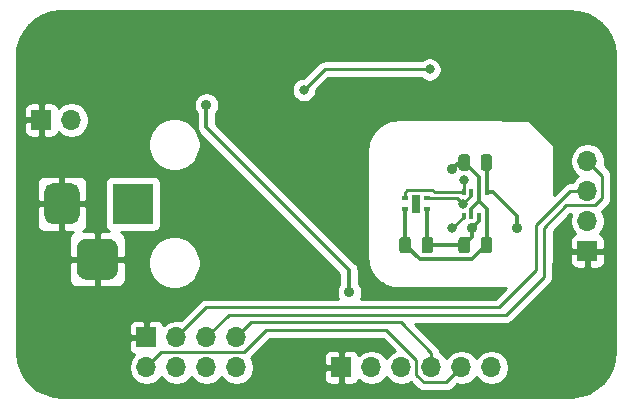
<source format=gbr>
G04 #@! TF.GenerationSoftware,KiCad,Pcbnew,(5.1.6-0-10_14)*
G04 #@! TF.CreationDate,2020-11-11T00:58:41-06:00*
G04 #@! TF.ProjectId,TempHumSensWithESP01,54656d70-4875-46d5-9365-6e7357697468,rev?*
G04 #@! TF.SameCoordinates,Original*
G04 #@! TF.FileFunction,Copper,L2,Bot*
G04 #@! TF.FilePolarity,Positive*
%FSLAX46Y46*%
G04 Gerber Fmt 4.6, Leading zero omitted, Abs format (unit mm)*
G04 Created by KiCad (PCBNEW (5.1.6-0-10_14)) date 2020-11-11 00:58:41*
%MOMM*%
%LPD*%
G01*
G04 APERTURE LIST*
G04 #@! TA.AperFunction,ComponentPad*
%ADD10O,1.700000X1.700000*%
G04 #@! TD*
G04 #@! TA.AperFunction,ComponentPad*
%ADD11R,1.700000X1.700000*%
G04 #@! TD*
G04 #@! TA.AperFunction,ComponentPad*
%ADD12C,0.800000*%
G04 #@! TD*
G04 #@! TA.AperFunction,ComponentPad*
%ADD13C,6.400000*%
G04 #@! TD*
G04 #@! TA.AperFunction,SMDPad,CuDef*
%ADD14R,0.700000X1.600000*%
G04 #@! TD*
G04 #@! TA.AperFunction,SMDPad,CuDef*
%ADD15R,0.600000X0.400000*%
G04 #@! TD*
G04 #@! TA.AperFunction,SMDPad,CuDef*
%ADD16R,0.350000X0.500000*%
G04 #@! TD*
G04 #@! TA.AperFunction,ComponentPad*
%ADD17R,3.500000X3.500000*%
G04 #@! TD*
G04 #@! TA.AperFunction,ViaPad*
%ADD18C,0.800000*%
G04 #@! TD*
G04 #@! TA.AperFunction,ViaPad*
%ADD19C,0.900000*%
G04 #@! TD*
G04 #@! TA.AperFunction,Conductor*
%ADD20C,0.350000*%
G04 #@! TD*
G04 #@! TA.AperFunction,Conductor*
%ADD21C,0.250000*%
G04 #@! TD*
G04 #@! TA.AperFunction,Conductor*
%ADD22C,0.254000*%
G04 #@! TD*
G04 APERTURE END LIST*
D10*
X130810000Y-65405000D03*
D11*
X128270000Y-65405000D03*
D12*
X174697056Y-83302944D03*
X173000000Y-82600000D03*
X171302944Y-83302944D03*
X170600000Y-85000000D03*
X171302944Y-86697056D03*
X173000000Y-87400000D03*
X174697056Y-86697056D03*
X175400000Y-85000000D03*
D13*
X173000000Y-85000000D03*
D12*
X131697056Y-83302944D03*
X130000000Y-82600000D03*
X128302944Y-83302944D03*
X127600000Y-85000000D03*
X128302944Y-86697056D03*
X130000000Y-87400000D03*
X131697056Y-86697056D03*
X132400000Y-85000000D03*
D13*
X130000000Y-85000000D03*
D12*
X174697056Y-58302944D03*
X173000000Y-57600000D03*
X171302944Y-58302944D03*
X170600000Y-60000000D03*
X171302944Y-61697056D03*
X173000000Y-62400000D03*
X174697056Y-61697056D03*
X175400000Y-60000000D03*
D13*
X173000000Y-60000000D03*
D12*
X131697056Y-58302944D03*
X130000000Y-57600000D03*
X128302944Y-58302944D03*
X127600000Y-60000000D03*
X128302944Y-61697056D03*
X130000000Y-62400000D03*
X131697056Y-61697056D03*
X132400000Y-60000000D03*
D13*
X130000000Y-60000000D03*
D14*
X160000000Y-72500000D03*
D15*
X160950000Y-72975000D03*
X159050000Y-72025000D03*
X159050000Y-72975000D03*
X160950000Y-72025000D03*
G04 #@! TA.AperFunction,SMDPad,CuDef*
G36*
G01*
X158575000Y-76456250D02*
X158575000Y-75543750D01*
G75*
G02*
X158818750Y-75300000I243750J0D01*
G01*
X159306250Y-75300000D01*
G75*
G02*
X159550000Y-75543750I0J-243750D01*
G01*
X159550000Y-76456250D01*
G75*
G02*
X159306250Y-76700000I-243750J0D01*
G01*
X158818750Y-76700000D01*
G75*
G02*
X158575000Y-76456250I0J243750D01*
G01*
G37*
G04 #@! TD.AperFunction*
G04 #@! TA.AperFunction,SMDPad,CuDef*
G36*
G01*
X160450000Y-76456250D02*
X160450000Y-75543750D01*
G75*
G02*
X160693750Y-75300000I243750J0D01*
G01*
X161181250Y-75300000D01*
G75*
G02*
X161425000Y-75543750I0J-243750D01*
G01*
X161425000Y-76456250D01*
G75*
G02*
X161181250Y-76700000I-243750J0D01*
G01*
X160693750Y-76700000D01*
G75*
G02*
X160450000Y-76456250I0J243750D01*
G01*
G37*
G04 #@! TD.AperFunction*
D16*
X164025000Y-71475000D03*
X164675000Y-71475000D03*
X165325000Y-71475000D03*
X165975000Y-71475000D03*
X165975000Y-73525000D03*
X165325000Y-73525000D03*
X164675000Y-73525000D03*
X164025000Y-73525000D03*
D11*
X174500000Y-76500000D03*
D10*
X174500000Y-73960000D03*
X174500000Y-71420000D03*
X174500000Y-68880000D03*
X166370000Y-86360000D03*
X163830000Y-86360000D03*
X161290000Y-86360000D03*
X158750000Y-86360000D03*
X156210000Y-86360000D03*
D11*
X153670000Y-86360000D03*
D10*
X144780000Y-86360000D03*
X144780000Y-83820000D03*
X142240000Y-86360000D03*
X142240000Y-83820000D03*
X139700000Y-86360000D03*
X139700000Y-83820000D03*
X137160000Y-86360000D03*
D11*
X137160000Y-83820000D03*
G04 #@! TA.AperFunction,ComponentPad*
G36*
G01*
X131250000Y-78075000D02*
X131250000Y-76325000D01*
G75*
G02*
X132125000Y-75450000I875000J0D01*
G01*
X133875000Y-75450000D01*
G75*
G02*
X134750000Y-76325000I0J-875000D01*
G01*
X134750000Y-78075000D01*
G75*
G02*
X133875000Y-78950000I-875000J0D01*
G01*
X132125000Y-78950000D01*
G75*
G02*
X131250000Y-78075000I0J875000D01*
G01*
G37*
G04 #@! TD.AperFunction*
G04 #@! TA.AperFunction,ComponentPad*
G36*
G01*
X128500000Y-73500000D02*
X128500000Y-71500000D01*
G75*
G02*
X129250000Y-70750000I750000J0D01*
G01*
X130750000Y-70750000D01*
G75*
G02*
X131500000Y-71500000I0J-750000D01*
G01*
X131500000Y-73500000D01*
G75*
G02*
X130750000Y-74250000I-750000J0D01*
G01*
X129250000Y-74250000D01*
G75*
G02*
X128500000Y-73500000I0J750000D01*
G01*
G37*
G04 #@! TD.AperFunction*
D17*
X136000000Y-72500000D03*
G04 #@! TA.AperFunction,SMDPad,CuDef*
G36*
G01*
X166425000Y-75543750D02*
X166425000Y-76456250D01*
G75*
G02*
X166181250Y-76700000I-243750J0D01*
G01*
X165693750Y-76700000D01*
G75*
G02*
X165450000Y-76456250I0J243750D01*
G01*
X165450000Y-75543750D01*
G75*
G02*
X165693750Y-75300000I243750J0D01*
G01*
X166181250Y-75300000D01*
G75*
G02*
X166425000Y-75543750I0J-243750D01*
G01*
G37*
G04 #@! TD.AperFunction*
G04 #@! TA.AperFunction,SMDPad,CuDef*
G36*
G01*
X164550000Y-75543750D02*
X164550000Y-76456250D01*
G75*
G02*
X164306250Y-76700000I-243750J0D01*
G01*
X163818750Y-76700000D01*
G75*
G02*
X163575000Y-76456250I0J243750D01*
G01*
X163575000Y-75543750D01*
G75*
G02*
X163818750Y-75300000I243750J0D01*
G01*
X164306250Y-75300000D01*
G75*
G02*
X164550000Y-75543750I0J-243750D01*
G01*
G37*
G04 #@! TD.AperFunction*
G04 #@! TA.AperFunction,SMDPad,CuDef*
G36*
G01*
X163575000Y-69456250D02*
X163575000Y-68543750D01*
G75*
G02*
X163818750Y-68300000I243750J0D01*
G01*
X164306250Y-68300000D01*
G75*
G02*
X164550000Y-68543750I0J-243750D01*
G01*
X164550000Y-69456250D01*
G75*
G02*
X164306250Y-69700000I-243750J0D01*
G01*
X163818750Y-69700000D01*
G75*
G02*
X163575000Y-69456250I0J243750D01*
G01*
G37*
G04 #@! TD.AperFunction*
G04 #@! TA.AperFunction,SMDPad,CuDef*
G36*
G01*
X165450000Y-69456250D02*
X165450000Y-68543750D01*
G75*
G02*
X165693750Y-68300000I243750J0D01*
G01*
X166181250Y-68300000D01*
G75*
G02*
X166425000Y-68543750I0J-243750D01*
G01*
X166425000Y-69456250D01*
G75*
G02*
X166181250Y-69700000I-243750J0D01*
G01*
X165693750Y-69700000D01*
G75*
G02*
X165450000Y-69456250I0J243750D01*
G01*
G37*
G04 #@! TD.AperFunction*
D18*
X154305000Y-74295000D03*
D19*
X164719000Y-74549000D03*
X168529000Y-74549000D03*
D18*
X154305000Y-70485000D03*
X154305000Y-62230000D03*
X149225000Y-78740000D03*
X150495000Y-69850000D03*
D19*
X142240000Y-64135000D03*
X154335000Y-80010000D03*
X163068000Y-69596000D03*
D18*
X161125000Y-61125000D03*
X150495000Y-62865000D03*
X164020500Y-70485000D03*
X163957000Y-72517000D03*
X163068000Y-74549000D03*
D20*
X165975000Y-69037500D02*
X165937500Y-69000000D01*
X165975000Y-71475000D02*
X165975000Y-69037500D01*
X165325000Y-73943000D02*
X164719000Y-74549000D01*
X165325000Y-73525000D02*
X165325000Y-73943000D01*
X164719000Y-75343500D02*
X164062500Y-76000000D01*
X164719000Y-74549000D02*
X164719000Y-75343500D01*
X160950000Y-75987500D02*
X160937500Y-76000000D01*
X160950000Y-72975000D02*
X160950000Y-75987500D01*
X160937500Y-76000000D02*
X164062500Y-76000000D01*
X168529000Y-73912604D02*
X168529000Y-74549000D01*
X168529000Y-73504000D02*
X168529000Y-73912604D01*
X166500000Y-71475000D02*
X168529000Y-73504000D01*
X165975000Y-71475000D02*
X166500000Y-71475000D01*
X154335000Y-80010000D02*
X154305000Y-80010000D01*
X154305000Y-80010000D02*
X154305000Y-78105000D01*
X142240000Y-66040000D02*
X142240000Y-64135000D01*
X154305000Y-78105000D02*
X142240000Y-66040000D01*
X165325000Y-72075000D02*
X165325000Y-71475000D01*
X165325000Y-72275000D02*
X165325000Y-72075000D01*
X164675000Y-72925000D02*
X165325000Y-72275000D01*
X164675000Y-73525000D02*
X164675000Y-72925000D01*
X165975000Y-72925000D02*
X165325000Y-72275000D01*
X165975000Y-73525000D02*
X165975000Y-72925000D01*
X165975000Y-75962500D02*
X165937500Y-76000000D01*
X165975000Y-73525000D02*
X165975000Y-75962500D01*
X165325000Y-70262500D02*
X164062500Y-69000000D01*
X165325000Y-71475000D02*
X165325000Y-70262500D01*
X159050000Y-75987500D02*
X159062500Y-76000000D01*
X159050000Y-72975000D02*
X159050000Y-75987500D01*
X159062500Y-76000000D02*
X160278500Y-77216000D01*
X164721500Y-77216000D02*
X165937500Y-76000000D01*
X160278500Y-77216000D02*
X164721500Y-77216000D01*
X165991500Y-75946000D02*
X165937500Y-76000000D01*
X163664000Y-69000000D02*
X163068000Y-69596000D01*
X164062500Y-69000000D02*
X163664000Y-69000000D01*
D21*
X152235000Y-61125000D02*
X150495000Y-62865000D01*
X161125000Y-61125000D02*
X152235000Y-61125000D01*
X161290000Y-85157919D02*
X158682081Y-82550000D01*
X146050000Y-82550000D02*
X144780000Y-83820000D01*
X158682081Y-82550000D02*
X146050000Y-82550000D01*
X161290000Y-86360000D02*
X161290000Y-85157919D01*
X159250001Y-71374999D02*
X161417999Y-71374999D01*
X159050000Y-71575000D02*
X159250001Y-71374999D01*
X159050000Y-72025000D02*
X159050000Y-71575000D01*
X161518000Y-71475000D02*
X164025000Y-71475000D01*
X161417999Y-71374999D02*
X161518000Y-71475000D01*
X164020500Y-70485000D02*
X164020500Y-71470500D01*
X164020500Y-71470500D02*
X164025000Y-71475000D01*
X144145000Y-81915000D02*
X142240000Y-83820000D01*
X170815000Y-78740000D02*
X167640000Y-81915000D01*
X167640000Y-81915000D02*
X144145000Y-81915000D01*
X170815000Y-74549000D02*
X170815000Y-78740000D01*
X172720000Y-72644000D02*
X170815000Y-74549000D01*
X175768000Y-72009000D02*
X175133000Y-72644000D01*
X175133000Y-72644000D02*
X172720000Y-72644000D01*
X175768000Y-70148000D02*
X175768000Y-72009000D01*
X174500000Y-68880000D02*
X175768000Y-70148000D01*
X164675000Y-71799000D02*
X163957000Y-72517000D01*
X164675000Y-71475000D02*
X164675000Y-71799000D01*
X163465000Y-72025000D02*
X163957000Y-72517000D01*
X160950000Y-72025000D02*
X163465000Y-72025000D01*
X173055000Y-71420000D02*
X174500000Y-71420000D01*
X170180000Y-74295000D02*
X173055000Y-71420000D01*
X170180000Y-78105000D02*
X170180000Y-74295000D01*
X167005000Y-81280000D02*
X170180000Y-78105000D01*
X142240000Y-81280000D02*
X167005000Y-81280000D01*
X139700000Y-83820000D02*
X142240000Y-81280000D01*
X137160000Y-86360000D02*
X138430000Y-85090000D01*
X138430000Y-85090000D02*
X145415000Y-85090000D01*
X145415000Y-85090000D02*
X147320000Y-83185000D01*
X147320000Y-83185000D02*
X157480000Y-83185000D01*
X157480000Y-83185000D02*
X160020000Y-85725000D01*
X160020000Y-85725000D02*
X160020000Y-86995000D01*
X160020000Y-86995000D02*
X160655000Y-87630000D01*
X162560000Y-87630000D02*
X163830000Y-86360000D01*
X160655000Y-87630000D02*
X162560000Y-87630000D01*
X164025000Y-73592000D02*
X163068000Y-74549000D01*
X164025000Y-73525000D02*
X164025000Y-73592000D01*
D22*
G36*
X173725555Y-56232221D02*
G01*
X174424940Y-56437398D01*
X175072904Y-56771120D01*
X175646074Y-57221353D01*
X176123762Y-57771839D01*
X176488742Y-58402730D01*
X176727836Y-59091248D01*
X176835790Y-59835790D01*
X176840001Y-60008104D01*
X176840000Y-84968591D01*
X176767779Y-85725555D01*
X176562602Y-86424940D01*
X176228878Y-87072906D01*
X175778650Y-87646072D01*
X175228159Y-88123763D01*
X174597270Y-88488741D01*
X173908752Y-88727836D01*
X173164210Y-88835790D01*
X172991937Y-88840000D01*
X130031409Y-88840000D01*
X129274445Y-88767779D01*
X128575060Y-88562602D01*
X127927094Y-88228878D01*
X127353928Y-87778650D01*
X126876237Y-87228159D01*
X126511259Y-86597270D01*
X126272164Y-85908752D01*
X126164210Y-85164210D01*
X126160000Y-84991937D01*
X126160000Y-84670000D01*
X135671928Y-84670000D01*
X135684188Y-84794482D01*
X135720498Y-84914180D01*
X135779463Y-85024494D01*
X135858815Y-85121185D01*
X135955506Y-85200537D01*
X136065820Y-85259502D01*
X136138380Y-85281513D01*
X136006525Y-85413368D01*
X135844010Y-85656589D01*
X135732068Y-85926842D01*
X135675000Y-86213740D01*
X135675000Y-86506260D01*
X135732068Y-86793158D01*
X135844010Y-87063411D01*
X136006525Y-87306632D01*
X136213368Y-87513475D01*
X136456589Y-87675990D01*
X136726842Y-87787932D01*
X137013740Y-87845000D01*
X137306260Y-87845000D01*
X137593158Y-87787932D01*
X137863411Y-87675990D01*
X138106632Y-87513475D01*
X138313475Y-87306632D01*
X138430000Y-87132240D01*
X138546525Y-87306632D01*
X138753368Y-87513475D01*
X138996589Y-87675990D01*
X139266842Y-87787932D01*
X139553740Y-87845000D01*
X139846260Y-87845000D01*
X140133158Y-87787932D01*
X140403411Y-87675990D01*
X140646632Y-87513475D01*
X140853475Y-87306632D01*
X140970000Y-87132240D01*
X141086525Y-87306632D01*
X141293368Y-87513475D01*
X141536589Y-87675990D01*
X141806842Y-87787932D01*
X142093740Y-87845000D01*
X142386260Y-87845000D01*
X142673158Y-87787932D01*
X142943411Y-87675990D01*
X143186632Y-87513475D01*
X143393475Y-87306632D01*
X143510000Y-87132240D01*
X143626525Y-87306632D01*
X143833368Y-87513475D01*
X144076589Y-87675990D01*
X144346842Y-87787932D01*
X144633740Y-87845000D01*
X144926260Y-87845000D01*
X145213158Y-87787932D01*
X145483411Y-87675990D01*
X145726632Y-87513475D01*
X145933475Y-87306632D01*
X145998042Y-87210000D01*
X152181928Y-87210000D01*
X152194188Y-87334482D01*
X152230498Y-87454180D01*
X152289463Y-87564494D01*
X152368815Y-87661185D01*
X152465506Y-87740537D01*
X152575820Y-87799502D01*
X152695518Y-87835812D01*
X152820000Y-87848072D01*
X153384250Y-87845000D01*
X153543000Y-87686250D01*
X153543000Y-86487000D01*
X152343750Y-86487000D01*
X152185000Y-86645750D01*
X152181928Y-87210000D01*
X145998042Y-87210000D01*
X146095990Y-87063411D01*
X146207932Y-86793158D01*
X146265000Y-86506260D01*
X146265000Y-86213740D01*
X146207932Y-85926842D01*
X146095990Y-85656589D01*
X146026785Y-85553016D01*
X146069801Y-85510000D01*
X152181928Y-85510000D01*
X152185000Y-86074250D01*
X152343750Y-86233000D01*
X153543000Y-86233000D01*
X153543000Y-85033750D01*
X153384250Y-84875000D01*
X152820000Y-84871928D01*
X152695518Y-84884188D01*
X152575820Y-84920498D01*
X152465506Y-84979463D01*
X152368815Y-85058815D01*
X152289463Y-85155506D01*
X152230498Y-85265820D01*
X152194188Y-85385518D01*
X152181928Y-85510000D01*
X146069801Y-85510000D01*
X147634802Y-83945000D01*
X157165199Y-83945000D01*
X158200469Y-84980271D01*
X158046589Y-85044010D01*
X157803368Y-85206525D01*
X157596525Y-85413368D01*
X157480000Y-85587760D01*
X157363475Y-85413368D01*
X157156632Y-85206525D01*
X156913411Y-85044010D01*
X156643158Y-84932068D01*
X156356260Y-84875000D01*
X156063740Y-84875000D01*
X155776842Y-84932068D01*
X155506589Y-85044010D01*
X155263368Y-85206525D01*
X155131513Y-85338380D01*
X155109502Y-85265820D01*
X155050537Y-85155506D01*
X154971185Y-85058815D01*
X154874494Y-84979463D01*
X154764180Y-84920498D01*
X154644482Y-84884188D01*
X154520000Y-84871928D01*
X153955750Y-84875000D01*
X153797000Y-85033750D01*
X153797000Y-86233000D01*
X153817000Y-86233000D01*
X153817000Y-86487000D01*
X153797000Y-86487000D01*
X153797000Y-87686250D01*
X153955750Y-87845000D01*
X154520000Y-87848072D01*
X154644482Y-87835812D01*
X154764180Y-87799502D01*
X154874494Y-87740537D01*
X154971185Y-87661185D01*
X155050537Y-87564494D01*
X155109502Y-87454180D01*
X155131513Y-87381620D01*
X155263368Y-87513475D01*
X155506589Y-87675990D01*
X155776842Y-87787932D01*
X156063740Y-87845000D01*
X156356260Y-87845000D01*
X156643158Y-87787932D01*
X156913411Y-87675990D01*
X157156632Y-87513475D01*
X157363475Y-87306632D01*
X157480000Y-87132240D01*
X157596525Y-87306632D01*
X157803368Y-87513475D01*
X158046589Y-87675990D01*
X158316842Y-87787932D01*
X158603740Y-87845000D01*
X158896260Y-87845000D01*
X159183158Y-87787932D01*
X159453411Y-87675990D01*
X159556984Y-87606785D01*
X160091200Y-88141002D01*
X160114999Y-88170001D01*
X160143997Y-88193799D01*
X160230724Y-88264974D01*
X160362753Y-88335546D01*
X160506014Y-88379003D01*
X160655000Y-88393677D01*
X160692333Y-88390000D01*
X162522678Y-88390000D01*
X162560000Y-88393676D01*
X162597322Y-88390000D01*
X162597333Y-88390000D01*
X162708986Y-88379003D01*
X162852247Y-88335546D01*
X162984276Y-88264974D01*
X163100001Y-88170001D01*
X163123804Y-88140997D01*
X163463592Y-87801209D01*
X163683740Y-87845000D01*
X163976260Y-87845000D01*
X164263158Y-87787932D01*
X164533411Y-87675990D01*
X164776632Y-87513475D01*
X164983475Y-87306632D01*
X165100000Y-87132240D01*
X165216525Y-87306632D01*
X165423368Y-87513475D01*
X165666589Y-87675990D01*
X165936842Y-87787932D01*
X166223740Y-87845000D01*
X166516260Y-87845000D01*
X166803158Y-87787932D01*
X167073411Y-87675990D01*
X167316632Y-87513475D01*
X167523475Y-87306632D01*
X167685990Y-87063411D01*
X167797932Y-86793158D01*
X167855000Y-86506260D01*
X167855000Y-86213740D01*
X167797932Y-85926842D01*
X167685990Y-85656589D01*
X167523475Y-85413368D01*
X167316632Y-85206525D01*
X167073411Y-85044010D01*
X166803158Y-84932068D01*
X166516260Y-84875000D01*
X166223740Y-84875000D01*
X165936842Y-84932068D01*
X165666589Y-85044010D01*
X165423368Y-85206525D01*
X165216525Y-85413368D01*
X165100000Y-85587760D01*
X164983475Y-85413368D01*
X164776632Y-85206525D01*
X164533411Y-85044010D01*
X164263158Y-84932068D01*
X163976260Y-84875000D01*
X163683740Y-84875000D01*
X163396842Y-84932068D01*
X163126589Y-85044010D01*
X162883368Y-85206525D01*
X162676525Y-85413368D01*
X162560000Y-85587760D01*
X162443475Y-85413368D01*
X162236632Y-85206525D01*
X162045913Y-85079091D01*
X162039003Y-85008933D01*
X161995546Y-84865672D01*
X161924974Y-84733643D01*
X161872744Y-84670000D01*
X161853799Y-84646915D01*
X161853795Y-84646911D01*
X161830001Y-84617918D01*
X161801008Y-84594124D01*
X159881883Y-82675000D01*
X167602678Y-82675000D01*
X167640000Y-82678676D01*
X167677322Y-82675000D01*
X167677333Y-82675000D01*
X167788986Y-82664003D01*
X167932247Y-82620546D01*
X168064276Y-82549974D01*
X168180001Y-82455001D01*
X168203804Y-82425997D01*
X171326003Y-79303799D01*
X171355001Y-79280001D01*
X171388943Y-79238643D01*
X171449974Y-79164277D01*
X171520546Y-79032247D01*
X171536469Y-78979754D01*
X171564003Y-78888986D01*
X171575000Y-78777333D01*
X171575000Y-78777324D01*
X171578676Y-78740001D01*
X171575000Y-78702678D01*
X171575000Y-77604606D01*
X171589803Y-77589803D01*
X171605597Y-77570557D01*
X171617333Y-77548601D01*
X171624560Y-77524776D01*
X171627000Y-77500000D01*
X171627000Y-77350000D01*
X173011928Y-77350000D01*
X173024188Y-77474482D01*
X173060498Y-77594180D01*
X173119463Y-77704494D01*
X173198815Y-77801185D01*
X173295506Y-77880537D01*
X173405820Y-77939502D01*
X173525518Y-77975812D01*
X173650000Y-77988072D01*
X174214250Y-77985000D01*
X174373000Y-77826250D01*
X174373000Y-76627000D01*
X174627000Y-76627000D01*
X174627000Y-77826250D01*
X174785750Y-77985000D01*
X175350000Y-77988072D01*
X175474482Y-77975812D01*
X175594180Y-77939502D01*
X175704494Y-77880537D01*
X175801185Y-77801185D01*
X175880537Y-77704494D01*
X175939502Y-77594180D01*
X175975812Y-77474482D01*
X175988072Y-77350000D01*
X175985000Y-76785750D01*
X175826250Y-76627000D01*
X174627000Y-76627000D01*
X174373000Y-76627000D01*
X173173750Y-76627000D01*
X173015000Y-76785750D01*
X173011928Y-77350000D01*
X171627000Y-77350000D01*
X171627000Y-74811801D01*
X173034802Y-73404000D01*
X173122951Y-73404000D01*
X173072068Y-73526842D01*
X173015000Y-73813740D01*
X173015000Y-74106260D01*
X173072068Y-74393158D01*
X173184010Y-74663411D01*
X173346525Y-74906632D01*
X173478380Y-75038487D01*
X173405820Y-75060498D01*
X173295506Y-75119463D01*
X173198815Y-75198815D01*
X173119463Y-75295506D01*
X173060498Y-75405820D01*
X173024188Y-75525518D01*
X173011928Y-75650000D01*
X173015000Y-76214250D01*
X173173750Y-76373000D01*
X174373000Y-76373000D01*
X174373000Y-76353000D01*
X174627000Y-76353000D01*
X174627000Y-76373000D01*
X175826250Y-76373000D01*
X175985000Y-76214250D01*
X175988072Y-75650000D01*
X175975812Y-75525518D01*
X175939502Y-75405820D01*
X175880537Y-75295506D01*
X175801185Y-75198815D01*
X175704494Y-75119463D01*
X175594180Y-75060498D01*
X175521620Y-75038487D01*
X175653475Y-74906632D01*
X175815990Y-74663411D01*
X175927932Y-74393158D01*
X175985000Y-74106260D01*
X175985000Y-73813740D01*
X175927932Y-73526842D01*
X175815990Y-73256589D01*
X175727559Y-73124242D01*
X176279002Y-72572800D01*
X176308001Y-72549001D01*
X176402974Y-72433276D01*
X176473546Y-72301247D01*
X176517003Y-72157986D01*
X176528000Y-72046333D01*
X176531677Y-72009000D01*
X176528000Y-71971667D01*
X176528000Y-70185325D01*
X176531676Y-70148000D01*
X176528000Y-70110675D01*
X176528000Y-70110667D01*
X176517003Y-69999014D01*
X176473546Y-69855753D01*
X176402974Y-69723724D01*
X176308001Y-69607999D01*
X176279004Y-69584202D01*
X175941210Y-69246408D01*
X175985000Y-69026260D01*
X175985000Y-68733740D01*
X175927932Y-68446842D01*
X175815990Y-68176589D01*
X175653475Y-67933368D01*
X175446632Y-67726525D01*
X175203411Y-67564010D01*
X174933158Y-67452068D01*
X174646260Y-67395000D01*
X174353740Y-67395000D01*
X174066842Y-67452068D01*
X173796589Y-67564010D01*
X173553368Y-67726525D01*
X173346525Y-67933368D01*
X173184010Y-68176589D01*
X173072068Y-68446842D01*
X173015000Y-68733740D01*
X173015000Y-69026260D01*
X173072068Y-69313158D01*
X173184010Y-69583411D01*
X173346525Y-69826632D01*
X173553368Y-70033475D01*
X173727760Y-70150000D01*
X173553368Y-70266525D01*
X173346525Y-70473368D01*
X173221822Y-70660000D01*
X173092322Y-70660000D01*
X173055000Y-70656324D01*
X173017677Y-70660000D01*
X173017667Y-70660000D01*
X172906014Y-70670997D01*
X172773075Y-70711323D01*
X172762753Y-70714454D01*
X172630723Y-70785026D01*
X172566142Y-70838027D01*
X172514999Y-70879999D01*
X172491201Y-70908997D01*
X171627000Y-71773198D01*
X171627000Y-67500000D01*
X171624560Y-67475224D01*
X171617333Y-67451399D01*
X171605597Y-67429443D01*
X171589803Y-67410197D01*
X169589803Y-65410197D01*
X169570557Y-65394403D01*
X169548601Y-65382667D01*
X169524776Y-65375440D01*
X169500000Y-65373000D01*
X167368837Y-65373000D01*
X167064405Y-65343150D01*
X167064402Y-65343150D01*
X167032419Y-65340000D01*
X158467581Y-65340000D01*
X158438627Y-65342852D01*
X158426219Y-65342765D01*
X158417047Y-65343665D01*
X158137946Y-65373000D01*
X158000000Y-65373000D01*
X157975224Y-65375440D01*
X157951399Y-65382667D01*
X157929443Y-65394403D01*
X157913764Y-65407270D01*
X157911498Y-65407702D01*
X157902677Y-65410366D01*
X157529802Y-65525790D01*
X157474647Y-65548975D01*
X157419194Y-65571379D01*
X157411062Y-65575704D01*
X157411057Y-65575706D01*
X157411053Y-65575709D01*
X157067702Y-65761357D01*
X157018101Y-65794813D01*
X156968054Y-65827563D01*
X156960913Y-65833387D01*
X156660158Y-66082194D01*
X156618019Y-66124629D01*
X156575269Y-66166492D01*
X156569396Y-66173593D01*
X156322695Y-66476077D01*
X156289598Y-66525893D01*
X156255795Y-66575259D01*
X156251413Y-66583365D01*
X156068163Y-66928007D01*
X156045368Y-66983313D01*
X156021802Y-67038296D01*
X156019077Y-67047099D01*
X155906259Y-67420770D01*
X155894639Y-67479458D01*
X155882203Y-67537961D01*
X155881240Y-67547126D01*
X155843150Y-67935595D01*
X155843150Y-67935608D01*
X155840001Y-67967581D01*
X155840000Y-77032418D01*
X155842852Y-77061372D01*
X155842765Y-77073781D01*
X155843665Y-77082952D01*
X155884466Y-77471145D01*
X155896487Y-77529708D01*
X155907702Y-77588501D01*
X155910366Y-77597323D01*
X156025790Y-77970198D01*
X156048975Y-78025353D01*
X156071379Y-78080806D01*
X156075706Y-78088943D01*
X156261357Y-78432298D01*
X156294780Y-78481849D01*
X156327562Y-78531946D01*
X156333387Y-78539087D01*
X156582194Y-78839841D01*
X156624629Y-78881981D01*
X156666492Y-78924730D01*
X156673592Y-78930604D01*
X156976077Y-79177305D01*
X157025904Y-79210409D01*
X157075259Y-79244204D01*
X157083365Y-79248587D01*
X157428007Y-79431837D01*
X157483311Y-79454631D01*
X157538295Y-79478198D01*
X157547098Y-79480923D01*
X157911635Y-79590983D01*
X157929443Y-79605597D01*
X157951399Y-79617333D01*
X157975224Y-79624560D01*
X158000000Y-79627000D01*
X158131163Y-79627000D01*
X158435595Y-79656850D01*
X158435598Y-79656850D01*
X158467581Y-79660000D01*
X167032419Y-79660000D01*
X167061373Y-79657148D01*
X167073781Y-79657235D01*
X167082952Y-79656335D01*
X167362054Y-79627000D01*
X167583199Y-79627000D01*
X166690199Y-80520000D01*
X155298147Y-80520000D01*
X155378304Y-80326483D01*
X155420000Y-80116863D01*
X155420000Y-79903137D01*
X155378304Y-79693517D01*
X155296515Y-79496060D01*
X155177775Y-79318353D01*
X155115000Y-79255578D01*
X155115000Y-78144788D01*
X155118919Y-78105000D01*
X155115000Y-78065209D01*
X155103280Y-77946212D01*
X155060628Y-77805608D01*
X155056963Y-77793526D01*
X154981749Y-77652811D01*
X154953812Y-77618770D01*
X154880528Y-77529472D01*
X154849618Y-77504105D01*
X143050000Y-65704488D01*
X143050000Y-64859422D01*
X143082775Y-64826647D01*
X143201515Y-64648940D01*
X143283304Y-64451483D01*
X143325000Y-64241863D01*
X143325000Y-64028137D01*
X143283304Y-63818517D01*
X143201515Y-63621060D01*
X143082775Y-63443353D01*
X142931647Y-63292225D01*
X142753940Y-63173485D01*
X142556483Y-63091696D01*
X142346863Y-63050000D01*
X142133137Y-63050000D01*
X141923517Y-63091696D01*
X141726060Y-63173485D01*
X141548353Y-63292225D01*
X141397225Y-63443353D01*
X141278485Y-63621060D01*
X141196696Y-63818517D01*
X141155000Y-64028137D01*
X141155000Y-64241863D01*
X141196696Y-64451483D01*
X141278485Y-64648940D01*
X141397225Y-64826647D01*
X141430001Y-64859423D01*
X141430000Y-66000211D01*
X141426081Y-66040000D01*
X141430000Y-66079788D01*
X141430000Y-66079790D01*
X141441720Y-66198787D01*
X141488037Y-66351472D01*
X141513960Y-66399971D01*
X141563251Y-66492189D01*
X141593729Y-66529326D01*
X141664472Y-66615528D01*
X141695388Y-66640900D01*
X153495001Y-78440514D01*
X153495000Y-79315578D01*
X153492225Y-79318353D01*
X153373485Y-79496060D01*
X153291696Y-79693517D01*
X153250000Y-79903137D01*
X153250000Y-80116863D01*
X153291696Y-80326483D01*
X153371853Y-80520000D01*
X142277322Y-80520000D01*
X142239999Y-80516324D01*
X142202676Y-80520000D01*
X142202667Y-80520000D01*
X142091014Y-80530997D01*
X141947753Y-80574454D01*
X141815724Y-80645026D01*
X141815722Y-80645027D01*
X141815723Y-80645027D01*
X141728996Y-80716201D01*
X141728992Y-80716205D01*
X141699999Y-80739999D01*
X141676205Y-80768992D01*
X140066408Y-82378790D01*
X139846260Y-82335000D01*
X139553740Y-82335000D01*
X139266842Y-82392068D01*
X138996589Y-82504010D01*
X138753368Y-82666525D01*
X138621513Y-82798380D01*
X138599502Y-82725820D01*
X138540537Y-82615506D01*
X138461185Y-82518815D01*
X138364494Y-82439463D01*
X138254180Y-82380498D01*
X138134482Y-82344188D01*
X138010000Y-82331928D01*
X137445750Y-82335000D01*
X137287000Y-82493750D01*
X137287000Y-83693000D01*
X137307000Y-83693000D01*
X137307000Y-83947000D01*
X137287000Y-83947000D01*
X137287000Y-83967000D01*
X137033000Y-83967000D01*
X137033000Y-83947000D01*
X135833750Y-83947000D01*
X135675000Y-84105750D01*
X135671928Y-84670000D01*
X126160000Y-84670000D01*
X126160000Y-82970000D01*
X135671928Y-82970000D01*
X135675000Y-83534250D01*
X135833750Y-83693000D01*
X137033000Y-83693000D01*
X137033000Y-82493750D01*
X136874250Y-82335000D01*
X136310000Y-82331928D01*
X136185518Y-82344188D01*
X136065820Y-82380498D01*
X135955506Y-82439463D01*
X135858815Y-82518815D01*
X135779463Y-82615506D01*
X135720498Y-82725820D01*
X135684188Y-82845518D01*
X135671928Y-82970000D01*
X126160000Y-82970000D01*
X126160000Y-78950000D01*
X130611928Y-78950000D01*
X130624188Y-79074482D01*
X130660498Y-79194180D01*
X130719463Y-79304494D01*
X130798815Y-79401185D01*
X130895506Y-79480537D01*
X131005820Y-79539502D01*
X131125518Y-79575812D01*
X131250000Y-79588072D01*
X132714250Y-79585000D01*
X132873000Y-79426250D01*
X132873000Y-77327000D01*
X133127000Y-77327000D01*
X133127000Y-79426250D01*
X133285750Y-79585000D01*
X134750000Y-79588072D01*
X134874482Y-79575812D01*
X134994180Y-79539502D01*
X135104494Y-79480537D01*
X135201185Y-79401185D01*
X135280537Y-79304494D01*
X135339502Y-79194180D01*
X135375812Y-79074482D01*
X135388072Y-78950000D01*
X135385000Y-77485750D01*
X135226250Y-77327000D01*
X133127000Y-77327000D01*
X132873000Y-77327000D01*
X130773750Y-77327000D01*
X130615000Y-77485750D01*
X130611928Y-78950000D01*
X126160000Y-78950000D01*
X126160000Y-77279872D01*
X137265000Y-77279872D01*
X137265000Y-77720128D01*
X137350890Y-78151925D01*
X137519369Y-78558669D01*
X137763962Y-78924729D01*
X138075271Y-79236038D01*
X138441331Y-79480631D01*
X138848075Y-79649110D01*
X139279872Y-79735000D01*
X139720128Y-79735000D01*
X140151925Y-79649110D01*
X140558669Y-79480631D01*
X140924729Y-79236038D01*
X141236038Y-78924729D01*
X141480631Y-78558669D01*
X141649110Y-78151925D01*
X141735000Y-77720128D01*
X141735000Y-77279872D01*
X141649110Y-76848075D01*
X141480631Y-76441331D01*
X141236038Y-76075271D01*
X140924729Y-75763962D01*
X140558669Y-75519369D01*
X140151925Y-75350890D01*
X139720128Y-75265000D01*
X139279872Y-75265000D01*
X138848075Y-75350890D01*
X138441331Y-75519369D01*
X138075271Y-75763962D01*
X137763962Y-76075271D01*
X137519369Y-76441331D01*
X137350890Y-76848075D01*
X137265000Y-77279872D01*
X126160000Y-77279872D01*
X126160000Y-74250000D01*
X127861928Y-74250000D01*
X127874188Y-74374482D01*
X127910498Y-74494180D01*
X127969463Y-74604494D01*
X128048815Y-74701185D01*
X128145506Y-74780537D01*
X128255820Y-74839502D01*
X128375518Y-74875812D01*
X128500000Y-74888072D01*
X129714250Y-74885000D01*
X129873000Y-74726250D01*
X129873000Y-72627000D01*
X130127000Y-72627000D01*
X130127000Y-74726250D01*
X130285750Y-74885000D01*
X130956805Y-74886698D01*
X130895506Y-74919463D01*
X130798815Y-74998815D01*
X130719463Y-75095506D01*
X130660498Y-75205820D01*
X130624188Y-75325518D01*
X130611928Y-75450000D01*
X130615000Y-76914250D01*
X130773750Y-77073000D01*
X132873000Y-77073000D01*
X132873000Y-74973750D01*
X133127000Y-74973750D01*
X133127000Y-77073000D01*
X135226250Y-77073000D01*
X135385000Y-76914250D01*
X135388072Y-75450000D01*
X135375812Y-75325518D01*
X135339502Y-75205820D01*
X135280537Y-75095506D01*
X135201185Y-74998815D01*
X135104494Y-74919463D01*
X135045767Y-74888072D01*
X137750000Y-74888072D01*
X137874482Y-74875812D01*
X137994180Y-74839502D01*
X138104494Y-74780537D01*
X138201185Y-74701185D01*
X138280537Y-74604494D01*
X138339502Y-74494180D01*
X138375812Y-74374482D01*
X138388072Y-74250000D01*
X138388072Y-70750000D01*
X138375812Y-70625518D01*
X138339502Y-70505820D01*
X138280537Y-70395506D01*
X138201185Y-70298815D01*
X138104494Y-70219463D01*
X137994180Y-70160498D01*
X137874482Y-70124188D01*
X137750000Y-70111928D01*
X134250000Y-70111928D01*
X134125518Y-70124188D01*
X134005820Y-70160498D01*
X133895506Y-70219463D01*
X133798815Y-70298815D01*
X133719463Y-70395506D01*
X133660498Y-70505820D01*
X133624188Y-70625518D01*
X133611928Y-70750000D01*
X133611928Y-74250000D01*
X133624188Y-74374482D01*
X133660498Y-74494180D01*
X133719463Y-74604494D01*
X133798815Y-74701185D01*
X133895506Y-74780537D01*
X133957345Y-74813591D01*
X133285750Y-74815000D01*
X133127000Y-74973750D01*
X132873000Y-74973750D01*
X132714250Y-74815000D01*
X131793633Y-74813069D01*
X131854494Y-74780537D01*
X131951185Y-74701185D01*
X132030537Y-74604494D01*
X132089502Y-74494180D01*
X132125812Y-74374482D01*
X132138072Y-74250000D01*
X132135000Y-72785750D01*
X131976250Y-72627000D01*
X130127000Y-72627000D01*
X129873000Y-72627000D01*
X128023750Y-72627000D01*
X127865000Y-72785750D01*
X127861928Y-74250000D01*
X126160000Y-74250000D01*
X126160000Y-70750000D01*
X127861928Y-70750000D01*
X127865000Y-72214250D01*
X128023750Y-72373000D01*
X129873000Y-72373000D01*
X129873000Y-70273750D01*
X130127000Y-70273750D01*
X130127000Y-72373000D01*
X131976250Y-72373000D01*
X132135000Y-72214250D01*
X132138072Y-70750000D01*
X132125812Y-70625518D01*
X132089502Y-70505820D01*
X132030537Y-70395506D01*
X131951185Y-70298815D01*
X131854494Y-70219463D01*
X131744180Y-70160498D01*
X131624482Y-70124188D01*
X131500000Y-70111928D01*
X130285750Y-70115000D01*
X130127000Y-70273750D01*
X129873000Y-70273750D01*
X129714250Y-70115000D01*
X128500000Y-70111928D01*
X128375518Y-70124188D01*
X128255820Y-70160498D01*
X128145506Y-70219463D01*
X128048815Y-70298815D01*
X127969463Y-70395506D01*
X127910498Y-70505820D01*
X127874188Y-70625518D01*
X127861928Y-70750000D01*
X126160000Y-70750000D01*
X126160000Y-67279872D01*
X137265000Y-67279872D01*
X137265000Y-67720128D01*
X137350890Y-68151925D01*
X137519369Y-68558669D01*
X137763962Y-68924729D01*
X138075271Y-69236038D01*
X138441331Y-69480631D01*
X138848075Y-69649110D01*
X139279872Y-69735000D01*
X139720128Y-69735000D01*
X140151925Y-69649110D01*
X140558669Y-69480631D01*
X140924729Y-69236038D01*
X141236038Y-68924729D01*
X141480631Y-68558669D01*
X141649110Y-68151925D01*
X141735000Y-67720128D01*
X141735000Y-67279872D01*
X141649110Y-66848075D01*
X141480631Y-66441331D01*
X141236038Y-66075271D01*
X140924729Y-65763962D01*
X140558669Y-65519369D01*
X140151925Y-65350890D01*
X139720128Y-65265000D01*
X139279872Y-65265000D01*
X138848075Y-65350890D01*
X138441331Y-65519369D01*
X138075271Y-65763962D01*
X137763962Y-66075271D01*
X137519369Y-66441331D01*
X137350890Y-66848075D01*
X137265000Y-67279872D01*
X126160000Y-67279872D01*
X126160000Y-66255000D01*
X126781928Y-66255000D01*
X126794188Y-66379482D01*
X126830498Y-66499180D01*
X126889463Y-66609494D01*
X126968815Y-66706185D01*
X127065506Y-66785537D01*
X127175820Y-66844502D01*
X127295518Y-66880812D01*
X127420000Y-66893072D01*
X127984250Y-66890000D01*
X128143000Y-66731250D01*
X128143000Y-65532000D01*
X126943750Y-65532000D01*
X126785000Y-65690750D01*
X126781928Y-66255000D01*
X126160000Y-66255000D01*
X126160000Y-64555000D01*
X126781928Y-64555000D01*
X126785000Y-65119250D01*
X126943750Y-65278000D01*
X128143000Y-65278000D01*
X128143000Y-64078750D01*
X128397000Y-64078750D01*
X128397000Y-65278000D01*
X128417000Y-65278000D01*
X128417000Y-65532000D01*
X128397000Y-65532000D01*
X128397000Y-66731250D01*
X128555750Y-66890000D01*
X129120000Y-66893072D01*
X129244482Y-66880812D01*
X129364180Y-66844502D01*
X129474494Y-66785537D01*
X129571185Y-66706185D01*
X129650537Y-66609494D01*
X129709502Y-66499180D01*
X129731513Y-66426620D01*
X129863368Y-66558475D01*
X130106589Y-66720990D01*
X130376842Y-66832932D01*
X130663740Y-66890000D01*
X130956260Y-66890000D01*
X131243158Y-66832932D01*
X131513411Y-66720990D01*
X131756632Y-66558475D01*
X131963475Y-66351632D01*
X132125990Y-66108411D01*
X132237932Y-65838158D01*
X132295000Y-65551260D01*
X132295000Y-65258740D01*
X132237932Y-64971842D01*
X132125990Y-64701589D01*
X131963475Y-64458368D01*
X131756632Y-64251525D01*
X131513411Y-64089010D01*
X131243158Y-63977068D01*
X130956260Y-63920000D01*
X130663740Y-63920000D01*
X130376842Y-63977068D01*
X130106589Y-64089010D01*
X129863368Y-64251525D01*
X129731513Y-64383380D01*
X129709502Y-64310820D01*
X129650537Y-64200506D01*
X129571185Y-64103815D01*
X129474494Y-64024463D01*
X129364180Y-63965498D01*
X129244482Y-63929188D01*
X129120000Y-63916928D01*
X128555750Y-63920000D01*
X128397000Y-64078750D01*
X128143000Y-64078750D01*
X127984250Y-63920000D01*
X127420000Y-63916928D01*
X127295518Y-63929188D01*
X127175820Y-63965498D01*
X127065506Y-64024463D01*
X126968815Y-64103815D01*
X126889463Y-64200506D01*
X126830498Y-64310820D01*
X126794188Y-64430518D01*
X126781928Y-64555000D01*
X126160000Y-64555000D01*
X126160000Y-62763061D01*
X149460000Y-62763061D01*
X149460000Y-62966939D01*
X149499774Y-63166898D01*
X149577795Y-63355256D01*
X149691063Y-63524774D01*
X149835226Y-63668937D01*
X150004744Y-63782205D01*
X150193102Y-63860226D01*
X150393061Y-63900000D01*
X150596939Y-63900000D01*
X150796898Y-63860226D01*
X150985256Y-63782205D01*
X151154774Y-63668937D01*
X151298937Y-63524774D01*
X151412205Y-63355256D01*
X151490226Y-63166898D01*
X151530000Y-62966939D01*
X151530000Y-62904801D01*
X152549802Y-61885000D01*
X160421289Y-61885000D01*
X160465226Y-61928937D01*
X160634744Y-62042205D01*
X160823102Y-62120226D01*
X161023061Y-62160000D01*
X161226939Y-62160000D01*
X161426898Y-62120226D01*
X161615256Y-62042205D01*
X161784774Y-61928937D01*
X161928937Y-61784774D01*
X162042205Y-61615256D01*
X162120226Y-61426898D01*
X162160000Y-61226939D01*
X162160000Y-61023061D01*
X162120226Y-60823102D01*
X162042205Y-60634744D01*
X161928937Y-60465226D01*
X161784774Y-60321063D01*
X161615256Y-60207795D01*
X161426898Y-60129774D01*
X161226939Y-60090000D01*
X161023061Y-60090000D01*
X160823102Y-60129774D01*
X160634744Y-60207795D01*
X160465226Y-60321063D01*
X160421289Y-60365000D01*
X152272333Y-60365000D01*
X152235000Y-60361323D01*
X152197667Y-60365000D01*
X152086014Y-60375997D01*
X151942753Y-60419454D01*
X151810724Y-60490026D01*
X151694999Y-60584999D01*
X151671201Y-60613997D01*
X150455199Y-61830000D01*
X150393061Y-61830000D01*
X150193102Y-61869774D01*
X150004744Y-61947795D01*
X149835226Y-62061063D01*
X149691063Y-62205226D01*
X149577795Y-62374744D01*
X149499774Y-62563102D01*
X149460000Y-62763061D01*
X126160000Y-62763061D01*
X126160000Y-60031409D01*
X126232221Y-59274445D01*
X126437398Y-58575060D01*
X126771120Y-57927096D01*
X127221353Y-57353926D01*
X127771839Y-56876238D01*
X128402730Y-56511258D01*
X129091248Y-56272164D01*
X129835790Y-56164210D01*
X130008063Y-56160000D01*
X172968591Y-56160000D01*
X173725555Y-56232221D01*
G37*
X173725555Y-56232221D02*
X174424940Y-56437398D01*
X175072904Y-56771120D01*
X175646074Y-57221353D01*
X176123762Y-57771839D01*
X176488742Y-58402730D01*
X176727836Y-59091248D01*
X176835790Y-59835790D01*
X176840001Y-60008104D01*
X176840000Y-84968591D01*
X176767779Y-85725555D01*
X176562602Y-86424940D01*
X176228878Y-87072906D01*
X175778650Y-87646072D01*
X175228159Y-88123763D01*
X174597270Y-88488741D01*
X173908752Y-88727836D01*
X173164210Y-88835790D01*
X172991937Y-88840000D01*
X130031409Y-88840000D01*
X129274445Y-88767779D01*
X128575060Y-88562602D01*
X127927094Y-88228878D01*
X127353928Y-87778650D01*
X126876237Y-87228159D01*
X126511259Y-86597270D01*
X126272164Y-85908752D01*
X126164210Y-85164210D01*
X126160000Y-84991937D01*
X126160000Y-84670000D01*
X135671928Y-84670000D01*
X135684188Y-84794482D01*
X135720498Y-84914180D01*
X135779463Y-85024494D01*
X135858815Y-85121185D01*
X135955506Y-85200537D01*
X136065820Y-85259502D01*
X136138380Y-85281513D01*
X136006525Y-85413368D01*
X135844010Y-85656589D01*
X135732068Y-85926842D01*
X135675000Y-86213740D01*
X135675000Y-86506260D01*
X135732068Y-86793158D01*
X135844010Y-87063411D01*
X136006525Y-87306632D01*
X136213368Y-87513475D01*
X136456589Y-87675990D01*
X136726842Y-87787932D01*
X137013740Y-87845000D01*
X137306260Y-87845000D01*
X137593158Y-87787932D01*
X137863411Y-87675990D01*
X138106632Y-87513475D01*
X138313475Y-87306632D01*
X138430000Y-87132240D01*
X138546525Y-87306632D01*
X138753368Y-87513475D01*
X138996589Y-87675990D01*
X139266842Y-87787932D01*
X139553740Y-87845000D01*
X139846260Y-87845000D01*
X140133158Y-87787932D01*
X140403411Y-87675990D01*
X140646632Y-87513475D01*
X140853475Y-87306632D01*
X140970000Y-87132240D01*
X141086525Y-87306632D01*
X141293368Y-87513475D01*
X141536589Y-87675990D01*
X141806842Y-87787932D01*
X142093740Y-87845000D01*
X142386260Y-87845000D01*
X142673158Y-87787932D01*
X142943411Y-87675990D01*
X143186632Y-87513475D01*
X143393475Y-87306632D01*
X143510000Y-87132240D01*
X143626525Y-87306632D01*
X143833368Y-87513475D01*
X144076589Y-87675990D01*
X144346842Y-87787932D01*
X144633740Y-87845000D01*
X144926260Y-87845000D01*
X145213158Y-87787932D01*
X145483411Y-87675990D01*
X145726632Y-87513475D01*
X145933475Y-87306632D01*
X145998042Y-87210000D01*
X152181928Y-87210000D01*
X152194188Y-87334482D01*
X152230498Y-87454180D01*
X152289463Y-87564494D01*
X152368815Y-87661185D01*
X152465506Y-87740537D01*
X152575820Y-87799502D01*
X152695518Y-87835812D01*
X152820000Y-87848072D01*
X153384250Y-87845000D01*
X153543000Y-87686250D01*
X153543000Y-86487000D01*
X152343750Y-86487000D01*
X152185000Y-86645750D01*
X152181928Y-87210000D01*
X145998042Y-87210000D01*
X146095990Y-87063411D01*
X146207932Y-86793158D01*
X146265000Y-86506260D01*
X146265000Y-86213740D01*
X146207932Y-85926842D01*
X146095990Y-85656589D01*
X146026785Y-85553016D01*
X146069801Y-85510000D01*
X152181928Y-85510000D01*
X152185000Y-86074250D01*
X152343750Y-86233000D01*
X153543000Y-86233000D01*
X153543000Y-85033750D01*
X153384250Y-84875000D01*
X152820000Y-84871928D01*
X152695518Y-84884188D01*
X152575820Y-84920498D01*
X152465506Y-84979463D01*
X152368815Y-85058815D01*
X152289463Y-85155506D01*
X152230498Y-85265820D01*
X152194188Y-85385518D01*
X152181928Y-85510000D01*
X146069801Y-85510000D01*
X147634802Y-83945000D01*
X157165199Y-83945000D01*
X158200469Y-84980271D01*
X158046589Y-85044010D01*
X157803368Y-85206525D01*
X157596525Y-85413368D01*
X157480000Y-85587760D01*
X157363475Y-85413368D01*
X157156632Y-85206525D01*
X156913411Y-85044010D01*
X156643158Y-84932068D01*
X156356260Y-84875000D01*
X156063740Y-84875000D01*
X155776842Y-84932068D01*
X155506589Y-85044010D01*
X155263368Y-85206525D01*
X155131513Y-85338380D01*
X155109502Y-85265820D01*
X155050537Y-85155506D01*
X154971185Y-85058815D01*
X154874494Y-84979463D01*
X154764180Y-84920498D01*
X154644482Y-84884188D01*
X154520000Y-84871928D01*
X153955750Y-84875000D01*
X153797000Y-85033750D01*
X153797000Y-86233000D01*
X153817000Y-86233000D01*
X153817000Y-86487000D01*
X153797000Y-86487000D01*
X153797000Y-87686250D01*
X153955750Y-87845000D01*
X154520000Y-87848072D01*
X154644482Y-87835812D01*
X154764180Y-87799502D01*
X154874494Y-87740537D01*
X154971185Y-87661185D01*
X155050537Y-87564494D01*
X155109502Y-87454180D01*
X155131513Y-87381620D01*
X155263368Y-87513475D01*
X155506589Y-87675990D01*
X155776842Y-87787932D01*
X156063740Y-87845000D01*
X156356260Y-87845000D01*
X156643158Y-87787932D01*
X156913411Y-87675990D01*
X157156632Y-87513475D01*
X157363475Y-87306632D01*
X157480000Y-87132240D01*
X157596525Y-87306632D01*
X157803368Y-87513475D01*
X158046589Y-87675990D01*
X158316842Y-87787932D01*
X158603740Y-87845000D01*
X158896260Y-87845000D01*
X159183158Y-87787932D01*
X159453411Y-87675990D01*
X159556984Y-87606785D01*
X160091200Y-88141002D01*
X160114999Y-88170001D01*
X160143997Y-88193799D01*
X160230724Y-88264974D01*
X160362753Y-88335546D01*
X160506014Y-88379003D01*
X160655000Y-88393677D01*
X160692333Y-88390000D01*
X162522678Y-88390000D01*
X162560000Y-88393676D01*
X162597322Y-88390000D01*
X162597333Y-88390000D01*
X162708986Y-88379003D01*
X162852247Y-88335546D01*
X162984276Y-88264974D01*
X163100001Y-88170001D01*
X163123804Y-88140997D01*
X163463592Y-87801209D01*
X163683740Y-87845000D01*
X163976260Y-87845000D01*
X164263158Y-87787932D01*
X164533411Y-87675990D01*
X164776632Y-87513475D01*
X164983475Y-87306632D01*
X165100000Y-87132240D01*
X165216525Y-87306632D01*
X165423368Y-87513475D01*
X165666589Y-87675990D01*
X165936842Y-87787932D01*
X166223740Y-87845000D01*
X166516260Y-87845000D01*
X166803158Y-87787932D01*
X167073411Y-87675990D01*
X167316632Y-87513475D01*
X167523475Y-87306632D01*
X167685990Y-87063411D01*
X167797932Y-86793158D01*
X167855000Y-86506260D01*
X167855000Y-86213740D01*
X167797932Y-85926842D01*
X167685990Y-85656589D01*
X167523475Y-85413368D01*
X167316632Y-85206525D01*
X167073411Y-85044010D01*
X166803158Y-84932068D01*
X166516260Y-84875000D01*
X166223740Y-84875000D01*
X165936842Y-84932068D01*
X165666589Y-85044010D01*
X165423368Y-85206525D01*
X165216525Y-85413368D01*
X165100000Y-85587760D01*
X164983475Y-85413368D01*
X164776632Y-85206525D01*
X164533411Y-85044010D01*
X164263158Y-84932068D01*
X163976260Y-84875000D01*
X163683740Y-84875000D01*
X163396842Y-84932068D01*
X163126589Y-85044010D01*
X162883368Y-85206525D01*
X162676525Y-85413368D01*
X162560000Y-85587760D01*
X162443475Y-85413368D01*
X162236632Y-85206525D01*
X162045913Y-85079091D01*
X162039003Y-85008933D01*
X161995546Y-84865672D01*
X161924974Y-84733643D01*
X161872744Y-84670000D01*
X161853799Y-84646915D01*
X161853795Y-84646911D01*
X161830001Y-84617918D01*
X161801008Y-84594124D01*
X159881883Y-82675000D01*
X167602678Y-82675000D01*
X167640000Y-82678676D01*
X167677322Y-82675000D01*
X167677333Y-82675000D01*
X167788986Y-82664003D01*
X167932247Y-82620546D01*
X168064276Y-82549974D01*
X168180001Y-82455001D01*
X168203804Y-82425997D01*
X171326003Y-79303799D01*
X171355001Y-79280001D01*
X171388943Y-79238643D01*
X171449974Y-79164277D01*
X171520546Y-79032247D01*
X171536469Y-78979754D01*
X171564003Y-78888986D01*
X171575000Y-78777333D01*
X171575000Y-78777324D01*
X171578676Y-78740001D01*
X171575000Y-78702678D01*
X171575000Y-77604606D01*
X171589803Y-77589803D01*
X171605597Y-77570557D01*
X171617333Y-77548601D01*
X171624560Y-77524776D01*
X171627000Y-77500000D01*
X171627000Y-77350000D01*
X173011928Y-77350000D01*
X173024188Y-77474482D01*
X173060498Y-77594180D01*
X173119463Y-77704494D01*
X173198815Y-77801185D01*
X173295506Y-77880537D01*
X173405820Y-77939502D01*
X173525518Y-77975812D01*
X173650000Y-77988072D01*
X174214250Y-77985000D01*
X174373000Y-77826250D01*
X174373000Y-76627000D01*
X174627000Y-76627000D01*
X174627000Y-77826250D01*
X174785750Y-77985000D01*
X175350000Y-77988072D01*
X175474482Y-77975812D01*
X175594180Y-77939502D01*
X175704494Y-77880537D01*
X175801185Y-77801185D01*
X175880537Y-77704494D01*
X175939502Y-77594180D01*
X175975812Y-77474482D01*
X175988072Y-77350000D01*
X175985000Y-76785750D01*
X175826250Y-76627000D01*
X174627000Y-76627000D01*
X174373000Y-76627000D01*
X173173750Y-76627000D01*
X173015000Y-76785750D01*
X173011928Y-77350000D01*
X171627000Y-77350000D01*
X171627000Y-74811801D01*
X173034802Y-73404000D01*
X173122951Y-73404000D01*
X173072068Y-73526842D01*
X173015000Y-73813740D01*
X173015000Y-74106260D01*
X173072068Y-74393158D01*
X173184010Y-74663411D01*
X173346525Y-74906632D01*
X173478380Y-75038487D01*
X173405820Y-75060498D01*
X173295506Y-75119463D01*
X173198815Y-75198815D01*
X173119463Y-75295506D01*
X173060498Y-75405820D01*
X173024188Y-75525518D01*
X173011928Y-75650000D01*
X173015000Y-76214250D01*
X173173750Y-76373000D01*
X174373000Y-76373000D01*
X174373000Y-76353000D01*
X174627000Y-76353000D01*
X174627000Y-76373000D01*
X175826250Y-76373000D01*
X175985000Y-76214250D01*
X175988072Y-75650000D01*
X175975812Y-75525518D01*
X175939502Y-75405820D01*
X175880537Y-75295506D01*
X175801185Y-75198815D01*
X175704494Y-75119463D01*
X175594180Y-75060498D01*
X175521620Y-75038487D01*
X175653475Y-74906632D01*
X175815990Y-74663411D01*
X175927932Y-74393158D01*
X175985000Y-74106260D01*
X175985000Y-73813740D01*
X175927932Y-73526842D01*
X175815990Y-73256589D01*
X175727559Y-73124242D01*
X176279002Y-72572800D01*
X176308001Y-72549001D01*
X176402974Y-72433276D01*
X176473546Y-72301247D01*
X176517003Y-72157986D01*
X176528000Y-72046333D01*
X176531677Y-72009000D01*
X176528000Y-71971667D01*
X176528000Y-70185325D01*
X176531676Y-70148000D01*
X176528000Y-70110675D01*
X176528000Y-70110667D01*
X176517003Y-69999014D01*
X176473546Y-69855753D01*
X176402974Y-69723724D01*
X176308001Y-69607999D01*
X176279004Y-69584202D01*
X175941210Y-69246408D01*
X175985000Y-69026260D01*
X175985000Y-68733740D01*
X175927932Y-68446842D01*
X175815990Y-68176589D01*
X175653475Y-67933368D01*
X175446632Y-67726525D01*
X175203411Y-67564010D01*
X174933158Y-67452068D01*
X174646260Y-67395000D01*
X174353740Y-67395000D01*
X174066842Y-67452068D01*
X173796589Y-67564010D01*
X173553368Y-67726525D01*
X173346525Y-67933368D01*
X173184010Y-68176589D01*
X173072068Y-68446842D01*
X173015000Y-68733740D01*
X173015000Y-69026260D01*
X173072068Y-69313158D01*
X173184010Y-69583411D01*
X173346525Y-69826632D01*
X173553368Y-70033475D01*
X173727760Y-70150000D01*
X173553368Y-70266525D01*
X173346525Y-70473368D01*
X173221822Y-70660000D01*
X173092322Y-70660000D01*
X173055000Y-70656324D01*
X173017677Y-70660000D01*
X173017667Y-70660000D01*
X172906014Y-70670997D01*
X172773075Y-70711323D01*
X172762753Y-70714454D01*
X172630723Y-70785026D01*
X172566142Y-70838027D01*
X172514999Y-70879999D01*
X172491201Y-70908997D01*
X171627000Y-71773198D01*
X171627000Y-67500000D01*
X171624560Y-67475224D01*
X171617333Y-67451399D01*
X171605597Y-67429443D01*
X171589803Y-67410197D01*
X169589803Y-65410197D01*
X169570557Y-65394403D01*
X169548601Y-65382667D01*
X169524776Y-65375440D01*
X169500000Y-65373000D01*
X167368837Y-65373000D01*
X167064405Y-65343150D01*
X167064402Y-65343150D01*
X167032419Y-65340000D01*
X158467581Y-65340000D01*
X158438627Y-65342852D01*
X158426219Y-65342765D01*
X158417047Y-65343665D01*
X158137946Y-65373000D01*
X158000000Y-65373000D01*
X157975224Y-65375440D01*
X157951399Y-65382667D01*
X157929443Y-65394403D01*
X157913764Y-65407270D01*
X157911498Y-65407702D01*
X157902677Y-65410366D01*
X157529802Y-65525790D01*
X157474647Y-65548975D01*
X157419194Y-65571379D01*
X157411062Y-65575704D01*
X157411057Y-65575706D01*
X157411053Y-65575709D01*
X157067702Y-65761357D01*
X157018101Y-65794813D01*
X156968054Y-65827563D01*
X156960913Y-65833387D01*
X156660158Y-66082194D01*
X156618019Y-66124629D01*
X156575269Y-66166492D01*
X156569396Y-66173593D01*
X156322695Y-66476077D01*
X156289598Y-66525893D01*
X156255795Y-66575259D01*
X156251413Y-66583365D01*
X156068163Y-66928007D01*
X156045368Y-66983313D01*
X156021802Y-67038296D01*
X156019077Y-67047099D01*
X155906259Y-67420770D01*
X155894639Y-67479458D01*
X155882203Y-67537961D01*
X155881240Y-67547126D01*
X155843150Y-67935595D01*
X155843150Y-67935608D01*
X155840001Y-67967581D01*
X155840000Y-77032418D01*
X155842852Y-77061372D01*
X155842765Y-77073781D01*
X155843665Y-77082952D01*
X155884466Y-77471145D01*
X155896487Y-77529708D01*
X155907702Y-77588501D01*
X155910366Y-77597323D01*
X156025790Y-77970198D01*
X156048975Y-78025353D01*
X156071379Y-78080806D01*
X156075706Y-78088943D01*
X156261357Y-78432298D01*
X156294780Y-78481849D01*
X156327562Y-78531946D01*
X156333387Y-78539087D01*
X156582194Y-78839841D01*
X156624629Y-78881981D01*
X156666492Y-78924730D01*
X156673592Y-78930604D01*
X156976077Y-79177305D01*
X157025904Y-79210409D01*
X157075259Y-79244204D01*
X157083365Y-79248587D01*
X157428007Y-79431837D01*
X157483311Y-79454631D01*
X157538295Y-79478198D01*
X157547098Y-79480923D01*
X157911635Y-79590983D01*
X157929443Y-79605597D01*
X157951399Y-79617333D01*
X157975224Y-79624560D01*
X158000000Y-79627000D01*
X158131163Y-79627000D01*
X158435595Y-79656850D01*
X158435598Y-79656850D01*
X158467581Y-79660000D01*
X167032419Y-79660000D01*
X167061373Y-79657148D01*
X167073781Y-79657235D01*
X167082952Y-79656335D01*
X167362054Y-79627000D01*
X167583199Y-79627000D01*
X166690199Y-80520000D01*
X155298147Y-80520000D01*
X155378304Y-80326483D01*
X155420000Y-80116863D01*
X155420000Y-79903137D01*
X155378304Y-79693517D01*
X155296515Y-79496060D01*
X155177775Y-79318353D01*
X155115000Y-79255578D01*
X155115000Y-78144788D01*
X155118919Y-78105000D01*
X155115000Y-78065209D01*
X155103280Y-77946212D01*
X155060628Y-77805608D01*
X155056963Y-77793526D01*
X154981749Y-77652811D01*
X154953812Y-77618770D01*
X154880528Y-77529472D01*
X154849618Y-77504105D01*
X143050000Y-65704488D01*
X143050000Y-64859422D01*
X143082775Y-64826647D01*
X143201515Y-64648940D01*
X143283304Y-64451483D01*
X143325000Y-64241863D01*
X143325000Y-64028137D01*
X143283304Y-63818517D01*
X143201515Y-63621060D01*
X143082775Y-63443353D01*
X142931647Y-63292225D01*
X142753940Y-63173485D01*
X142556483Y-63091696D01*
X142346863Y-63050000D01*
X142133137Y-63050000D01*
X141923517Y-63091696D01*
X141726060Y-63173485D01*
X141548353Y-63292225D01*
X141397225Y-63443353D01*
X141278485Y-63621060D01*
X141196696Y-63818517D01*
X141155000Y-64028137D01*
X141155000Y-64241863D01*
X141196696Y-64451483D01*
X141278485Y-64648940D01*
X141397225Y-64826647D01*
X141430001Y-64859423D01*
X141430000Y-66000211D01*
X141426081Y-66040000D01*
X141430000Y-66079788D01*
X141430000Y-66079790D01*
X141441720Y-66198787D01*
X141488037Y-66351472D01*
X141513960Y-66399971D01*
X141563251Y-66492189D01*
X141593729Y-66529326D01*
X141664472Y-66615528D01*
X141695388Y-66640900D01*
X153495001Y-78440514D01*
X153495000Y-79315578D01*
X153492225Y-79318353D01*
X153373485Y-79496060D01*
X153291696Y-79693517D01*
X153250000Y-79903137D01*
X153250000Y-80116863D01*
X153291696Y-80326483D01*
X153371853Y-80520000D01*
X142277322Y-80520000D01*
X142239999Y-80516324D01*
X142202676Y-80520000D01*
X142202667Y-80520000D01*
X142091014Y-80530997D01*
X141947753Y-80574454D01*
X141815724Y-80645026D01*
X141815722Y-80645027D01*
X141815723Y-80645027D01*
X141728996Y-80716201D01*
X141728992Y-80716205D01*
X141699999Y-80739999D01*
X141676205Y-80768992D01*
X140066408Y-82378790D01*
X139846260Y-82335000D01*
X139553740Y-82335000D01*
X139266842Y-82392068D01*
X138996589Y-82504010D01*
X138753368Y-82666525D01*
X138621513Y-82798380D01*
X138599502Y-82725820D01*
X138540537Y-82615506D01*
X138461185Y-82518815D01*
X138364494Y-82439463D01*
X138254180Y-82380498D01*
X138134482Y-82344188D01*
X138010000Y-82331928D01*
X137445750Y-82335000D01*
X137287000Y-82493750D01*
X137287000Y-83693000D01*
X137307000Y-83693000D01*
X137307000Y-83947000D01*
X137287000Y-83947000D01*
X137287000Y-83967000D01*
X137033000Y-83967000D01*
X137033000Y-83947000D01*
X135833750Y-83947000D01*
X135675000Y-84105750D01*
X135671928Y-84670000D01*
X126160000Y-84670000D01*
X126160000Y-82970000D01*
X135671928Y-82970000D01*
X135675000Y-83534250D01*
X135833750Y-83693000D01*
X137033000Y-83693000D01*
X137033000Y-82493750D01*
X136874250Y-82335000D01*
X136310000Y-82331928D01*
X136185518Y-82344188D01*
X136065820Y-82380498D01*
X135955506Y-82439463D01*
X135858815Y-82518815D01*
X135779463Y-82615506D01*
X135720498Y-82725820D01*
X135684188Y-82845518D01*
X135671928Y-82970000D01*
X126160000Y-82970000D01*
X126160000Y-78950000D01*
X130611928Y-78950000D01*
X130624188Y-79074482D01*
X130660498Y-79194180D01*
X130719463Y-79304494D01*
X130798815Y-79401185D01*
X130895506Y-79480537D01*
X131005820Y-79539502D01*
X131125518Y-79575812D01*
X131250000Y-79588072D01*
X132714250Y-79585000D01*
X132873000Y-79426250D01*
X132873000Y-77327000D01*
X133127000Y-77327000D01*
X133127000Y-79426250D01*
X133285750Y-79585000D01*
X134750000Y-79588072D01*
X134874482Y-79575812D01*
X134994180Y-79539502D01*
X135104494Y-79480537D01*
X135201185Y-79401185D01*
X135280537Y-79304494D01*
X135339502Y-79194180D01*
X135375812Y-79074482D01*
X135388072Y-78950000D01*
X135385000Y-77485750D01*
X135226250Y-77327000D01*
X133127000Y-77327000D01*
X132873000Y-77327000D01*
X130773750Y-77327000D01*
X130615000Y-77485750D01*
X130611928Y-78950000D01*
X126160000Y-78950000D01*
X126160000Y-77279872D01*
X137265000Y-77279872D01*
X137265000Y-77720128D01*
X137350890Y-78151925D01*
X137519369Y-78558669D01*
X137763962Y-78924729D01*
X138075271Y-79236038D01*
X138441331Y-79480631D01*
X138848075Y-79649110D01*
X139279872Y-79735000D01*
X139720128Y-79735000D01*
X140151925Y-79649110D01*
X140558669Y-79480631D01*
X140924729Y-79236038D01*
X141236038Y-78924729D01*
X141480631Y-78558669D01*
X141649110Y-78151925D01*
X141735000Y-77720128D01*
X141735000Y-77279872D01*
X141649110Y-76848075D01*
X141480631Y-76441331D01*
X141236038Y-76075271D01*
X140924729Y-75763962D01*
X140558669Y-75519369D01*
X140151925Y-75350890D01*
X139720128Y-75265000D01*
X139279872Y-75265000D01*
X138848075Y-75350890D01*
X138441331Y-75519369D01*
X138075271Y-75763962D01*
X137763962Y-76075271D01*
X137519369Y-76441331D01*
X137350890Y-76848075D01*
X137265000Y-77279872D01*
X126160000Y-77279872D01*
X126160000Y-74250000D01*
X127861928Y-74250000D01*
X127874188Y-74374482D01*
X127910498Y-74494180D01*
X127969463Y-74604494D01*
X128048815Y-74701185D01*
X128145506Y-74780537D01*
X128255820Y-74839502D01*
X128375518Y-74875812D01*
X128500000Y-74888072D01*
X129714250Y-74885000D01*
X129873000Y-74726250D01*
X129873000Y-72627000D01*
X130127000Y-72627000D01*
X130127000Y-74726250D01*
X130285750Y-74885000D01*
X130956805Y-74886698D01*
X130895506Y-74919463D01*
X130798815Y-74998815D01*
X130719463Y-75095506D01*
X130660498Y-75205820D01*
X130624188Y-75325518D01*
X130611928Y-75450000D01*
X130615000Y-76914250D01*
X130773750Y-77073000D01*
X132873000Y-77073000D01*
X132873000Y-74973750D01*
X133127000Y-74973750D01*
X133127000Y-77073000D01*
X135226250Y-77073000D01*
X135385000Y-76914250D01*
X135388072Y-75450000D01*
X135375812Y-75325518D01*
X135339502Y-75205820D01*
X135280537Y-75095506D01*
X135201185Y-74998815D01*
X135104494Y-74919463D01*
X135045767Y-74888072D01*
X137750000Y-74888072D01*
X137874482Y-74875812D01*
X137994180Y-74839502D01*
X138104494Y-74780537D01*
X138201185Y-74701185D01*
X138280537Y-74604494D01*
X138339502Y-74494180D01*
X138375812Y-74374482D01*
X138388072Y-74250000D01*
X138388072Y-70750000D01*
X138375812Y-70625518D01*
X138339502Y-70505820D01*
X138280537Y-70395506D01*
X138201185Y-70298815D01*
X138104494Y-70219463D01*
X137994180Y-70160498D01*
X137874482Y-70124188D01*
X137750000Y-70111928D01*
X134250000Y-70111928D01*
X134125518Y-70124188D01*
X134005820Y-70160498D01*
X133895506Y-70219463D01*
X133798815Y-70298815D01*
X133719463Y-70395506D01*
X133660498Y-70505820D01*
X133624188Y-70625518D01*
X133611928Y-70750000D01*
X133611928Y-74250000D01*
X133624188Y-74374482D01*
X133660498Y-74494180D01*
X133719463Y-74604494D01*
X133798815Y-74701185D01*
X133895506Y-74780537D01*
X133957345Y-74813591D01*
X133285750Y-74815000D01*
X133127000Y-74973750D01*
X132873000Y-74973750D01*
X132714250Y-74815000D01*
X131793633Y-74813069D01*
X131854494Y-74780537D01*
X131951185Y-74701185D01*
X132030537Y-74604494D01*
X132089502Y-74494180D01*
X132125812Y-74374482D01*
X132138072Y-74250000D01*
X132135000Y-72785750D01*
X131976250Y-72627000D01*
X130127000Y-72627000D01*
X129873000Y-72627000D01*
X128023750Y-72627000D01*
X127865000Y-72785750D01*
X127861928Y-74250000D01*
X126160000Y-74250000D01*
X126160000Y-70750000D01*
X127861928Y-70750000D01*
X127865000Y-72214250D01*
X128023750Y-72373000D01*
X129873000Y-72373000D01*
X129873000Y-70273750D01*
X130127000Y-70273750D01*
X130127000Y-72373000D01*
X131976250Y-72373000D01*
X132135000Y-72214250D01*
X132138072Y-70750000D01*
X132125812Y-70625518D01*
X132089502Y-70505820D01*
X132030537Y-70395506D01*
X131951185Y-70298815D01*
X131854494Y-70219463D01*
X131744180Y-70160498D01*
X131624482Y-70124188D01*
X131500000Y-70111928D01*
X130285750Y-70115000D01*
X130127000Y-70273750D01*
X129873000Y-70273750D01*
X129714250Y-70115000D01*
X128500000Y-70111928D01*
X128375518Y-70124188D01*
X128255820Y-70160498D01*
X128145506Y-70219463D01*
X128048815Y-70298815D01*
X127969463Y-70395506D01*
X127910498Y-70505820D01*
X127874188Y-70625518D01*
X127861928Y-70750000D01*
X126160000Y-70750000D01*
X126160000Y-67279872D01*
X137265000Y-67279872D01*
X137265000Y-67720128D01*
X137350890Y-68151925D01*
X137519369Y-68558669D01*
X137763962Y-68924729D01*
X138075271Y-69236038D01*
X138441331Y-69480631D01*
X138848075Y-69649110D01*
X139279872Y-69735000D01*
X139720128Y-69735000D01*
X140151925Y-69649110D01*
X140558669Y-69480631D01*
X140924729Y-69236038D01*
X141236038Y-68924729D01*
X141480631Y-68558669D01*
X141649110Y-68151925D01*
X141735000Y-67720128D01*
X141735000Y-67279872D01*
X141649110Y-66848075D01*
X141480631Y-66441331D01*
X141236038Y-66075271D01*
X140924729Y-65763962D01*
X140558669Y-65519369D01*
X140151925Y-65350890D01*
X139720128Y-65265000D01*
X139279872Y-65265000D01*
X138848075Y-65350890D01*
X138441331Y-65519369D01*
X138075271Y-65763962D01*
X137763962Y-66075271D01*
X137519369Y-66441331D01*
X137350890Y-66848075D01*
X137265000Y-67279872D01*
X126160000Y-67279872D01*
X126160000Y-66255000D01*
X126781928Y-66255000D01*
X126794188Y-66379482D01*
X126830498Y-66499180D01*
X126889463Y-66609494D01*
X126968815Y-66706185D01*
X127065506Y-66785537D01*
X127175820Y-66844502D01*
X127295518Y-66880812D01*
X127420000Y-66893072D01*
X127984250Y-66890000D01*
X128143000Y-66731250D01*
X128143000Y-65532000D01*
X126943750Y-65532000D01*
X126785000Y-65690750D01*
X126781928Y-66255000D01*
X126160000Y-66255000D01*
X126160000Y-64555000D01*
X126781928Y-64555000D01*
X126785000Y-65119250D01*
X126943750Y-65278000D01*
X128143000Y-65278000D01*
X128143000Y-64078750D01*
X128397000Y-64078750D01*
X128397000Y-65278000D01*
X128417000Y-65278000D01*
X128417000Y-65532000D01*
X128397000Y-65532000D01*
X128397000Y-66731250D01*
X128555750Y-66890000D01*
X129120000Y-66893072D01*
X129244482Y-66880812D01*
X129364180Y-66844502D01*
X129474494Y-66785537D01*
X129571185Y-66706185D01*
X129650537Y-66609494D01*
X129709502Y-66499180D01*
X129731513Y-66426620D01*
X129863368Y-66558475D01*
X130106589Y-66720990D01*
X130376842Y-66832932D01*
X130663740Y-66890000D01*
X130956260Y-66890000D01*
X131243158Y-66832932D01*
X131513411Y-66720990D01*
X131756632Y-66558475D01*
X131963475Y-66351632D01*
X132125990Y-66108411D01*
X132237932Y-65838158D01*
X132295000Y-65551260D01*
X132295000Y-65258740D01*
X132237932Y-64971842D01*
X132125990Y-64701589D01*
X131963475Y-64458368D01*
X131756632Y-64251525D01*
X131513411Y-64089010D01*
X131243158Y-63977068D01*
X130956260Y-63920000D01*
X130663740Y-63920000D01*
X130376842Y-63977068D01*
X130106589Y-64089010D01*
X129863368Y-64251525D01*
X129731513Y-64383380D01*
X129709502Y-64310820D01*
X129650537Y-64200506D01*
X129571185Y-64103815D01*
X129474494Y-64024463D01*
X129364180Y-63965498D01*
X129244482Y-63929188D01*
X129120000Y-63916928D01*
X128555750Y-63920000D01*
X128397000Y-64078750D01*
X128143000Y-64078750D01*
X127984250Y-63920000D01*
X127420000Y-63916928D01*
X127295518Y-63929188D01*
X127175820Y-63965498D01*
X127065506Y-64024463D01*
X126968815Y-64103815D01*
X126889463Y-64200506D01*
X126830498Y-64310820D01*
X126794188Y-64430518D01*
X126781928Y-64555000D01*
X126160000Y-64555000D01*
X126160000Y-62763061D01*
X149460000Y-62763061D01*
X149460000Y-62966939D01*
X149499774Y-63166898D01*
X149577795Y-63355256D01*
X149691063Y-63524774D01*
X149835226Y-63668937D01*
X150004744Y-63782205D01*
X150193102Y-63860226D01*
X150393061Y-63900000D01*
X150596939Y-63900000D01*
X150796898Y-63860226D01*
X150985256Y-63782205D01*
X151154774Y-63668937D01*
X151298937Y-63524774D01*
X151412205Y-63355256D01*
X151490226Y-63166898D01*
X151530000Y-62966939D01*
X151530000Y-62904801D01*
X152549802Y-61885000D01*
X160421289Y-61885000D01*
X160465226Y-61928937D01*
X160634744Y-62042205D01*
X160823102Y-62120226D01*
X161023061Y-62160000D01*
X161226939Y-62160000D01*
X161426898Y-62120226D01*
X161615256Y-62042205D01*
X161784774Y-61928937D01*
X161928937Y-61784774D01*
X162042205Y-61615256D01*
X162120226Y-61426898D01*
X162160000Y-61226939D01*
X162160000Y-61023061D01*
X162120226Y-60823102D01*
X162042205Y-60634744D01*
X161928937Y-60465226D01*
X161784774Y-60321063D01*
X161615256Y-60207795D01*
X161426898Y-60129774D01*
X161226939Y-60090000D01*
X161023061Y-60090000D01*
X160823102Y-60129774D01*
X160634744Y-60207795D01*
X160465226Y-60321063D01*
X160421289Y-60365000D01*
X152272333Y-60365000D01*
X152235000Y-60361323D01*
X152197667Y-60365000D01*
X152086014Y-60375997D01*
X151942753Y-60419454D01*
X151810724Y-60490026D01*
X151694999Y-60584999D01*
X151671201Y-60613997D01*
X150455199Y-61830000D01*
X150393061Y-61830000D01*
X150193102Y-61869774D01*
X150004744Y-61947795D01*
X149835226Y-62061063D01*
X149691063Y-62205226D01*
X149577795Y-62374744D01*
X149499774Y-62563102D01*
X149460000Y-62763061D01*
X126160000Y-62763061D01*
X126160000Y-60031409D01*
X126232221Y-59274445D01*
X126437398Y-58575060D01*
X126771120Y-57927096D01*
X127221353Y-57353926D01*
X127771839Y-56876238D01*
X128402730Y-56511258D01*
X129091248Y-56272164D01*
X129835790Y-56164210D01*
X130008063Y-56160000D01*
X172968591Y-56160000D01*
X173725555Y-56232221D01*
M02*

</source>
